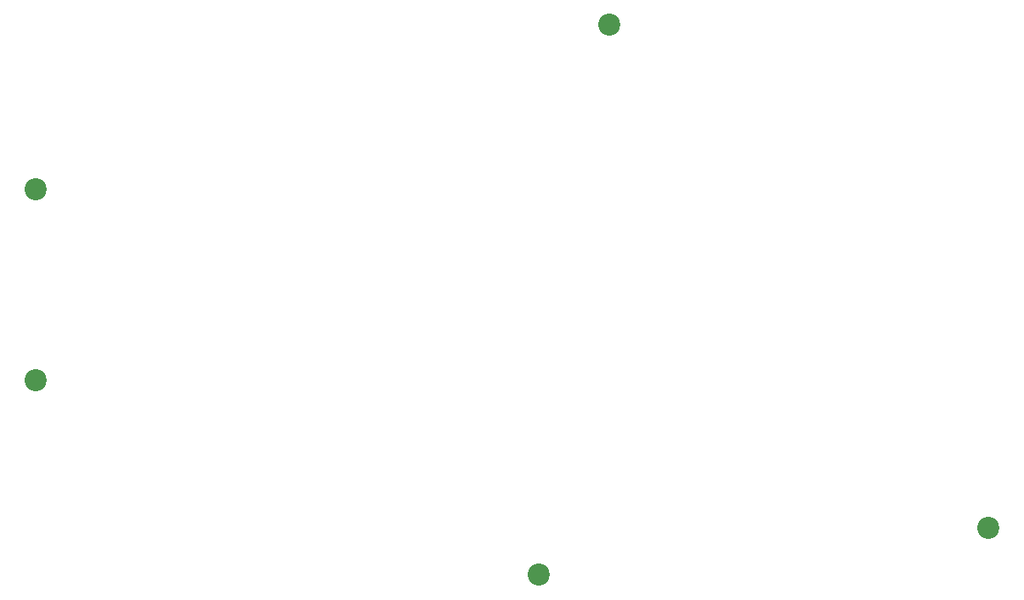
<source format=gbr>
%TF.GenerationSoftware,KiCad,Pcbnew,(5.1.10)-1*%
%TF.CreationDate,2021-08-29T08:26:45+09:00*%
%TF.ProjectId,bottom_pcb,626f7474-6f6d-45f7-9063-622e6b696361,rev?*%
%TF.SameCoordinates,Original*%
%TF.FileFunction,Soldermask,Bot*%
%TF.FilePolarity,Negative*%
%FSLAX46Y46*%
G04 Gerber Fmt 4.6, Leading zero omitted, Abs format (unit mm)*
G04 Created by KiCad (PCBNEW (5.1.10)-1) date 2021-08-29 08:26:45*
%MOMM*%
%LPD*%
G01*
G04 APERTURE LIST*
%ADD10C,2.200000*%
G04 APERTURE END LIST*
D10*
%TO.C,Ref\u002A\u002A*%
X95728800Y-36906200D03*
%TD*%
%TO.C,Ref\u002A\u002A*%
X38578800Y-53314600D03*
%TD*%
%TO.C,Ref\u002A\u002A*%
X38578800Y-72339200D03*
%TD*%
%TO.C,Ref\u002A\u002A*%
X133527800Y-87096600D03*
%TD*%
%TO.C,Ref\u002A\u002A*%
X88696800Y-91770200D03*
%TD*%
M02*

</source>
